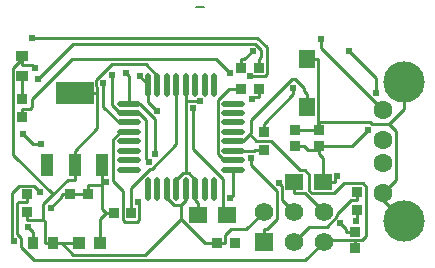
<source format=gbl>
G04 Layer: BottomLayer*
G04 EasyEDA v6.5.48, 2025-02-22 14:07:37*
G04 17b28a04ad434079b4a69dc4657e0bf9,f2e2a8b566e441589a5ce94012aa69ba,10*
G04 Gerber Generator version 0.2*
G04 Scale: 100 percent, Rotated: No, Reflected: No *
G04 Dimensions in millimeters *
G04 leading zeros omitted , absolute positions ,4 integer and 5 decimal *
%FSLAX45Y45*%
%MOMM*%

%AMMACRO1*21,1,$1,$2,0,0,$3*%
%ADD10C,0.2540*%
%ADD11MACRO1,0.8X0.9X0.0000*%
%ADD12R,0.8640X0.8065*%
%ADD13MACRO1,0.864X0.8065X0.0000*%
%ADD14MACRO1,0.864X0.8065X90.0000*%
%ADD15MACRO1,1X0.8999X0.0000*%
%ADD16MACRO1,1.36X1.53X0.0000*%
%ADD17O,0.4500118X1.9999959999999999*%
%ADD18O,1.9999959999999999X0.4500118*%
%ADD19MACRO1,3.25X1.9X0.0000*%
%ADD20MACRO1,0.95X1.9X0.0000*%
%ADD21MACRO1,1X0.8999X-90.0000*%
%ADD22MACRO1,1.5X1.3589X0.0000*%
%ADD23MACRO1,1X1.1X0.0000*%
%ADD24MACRO1,0.8X0.9X-90.0000*%
%ADD25C,1.5748*%
%ADD26R,1.5748X1.5748*%
%ADD27C,1.6000*%
%ADD28C,3.4999*%
%ADD29C,0.6100*%
%ADD30C,0.0130*%

%LPD*%
G36*
X-2120900Y2184400D02*
G01*
X-2133600Y2171700D01*
X-2044090Y2171090D01*
X-2057400Y2184400D01*
G37*
D10*
X-2687891Y1199502D02*
G01*
X-2774988Y1199502D01*
X-2909150Y1333665D01*
X-2909150Y1534096D01*
X-1807883Y799503D02*
G01*
X-1807883Y580402D01*
X-1830920Y557364D01*
X-2687891Y1119517D02*
G01*
X-2759951Y1119517D01*
X-2823679Y1055789D01*
X-2823679Y705497D01*
X-2741256Y623074D01*
X-2741256Y375170D01*
X-2724797Y358711D01*
X-2621572Y358711D01*
X-2605087Y375196D01*
X-2605087Y515378D01*
X-2613545Y523836D01*
X-1549387Y1184973D02*
G01*
X-1297393Y1436966D01*
X-1297393Y1494751D01*
X-1549387Y1116749D02*
G01*
X-1549387Y1184973D01*
X-1807883Y959523D02*
G01*
X-1627060Y959523D01*
X-1620507Y966076D01*
X-1549387Y966076D02*
G01*
X-1620507Y966076D01*
X-1588350Y1414792D02*
G01*
X-1627974Y1414792D01*
X-1648345Y1394421D01*
X-1588350Y1485912D02*
G01*
X-1588350Y1414792D01*
X-1807883Y879513D02*
G01*
X-1882025Y879513D01*
X-1936051Y933538D01*
X-1936051Y1388960D01*
X-1839099Y1485912D01*
X-1739023Y1485912D01*
X-3594087Y1591398D02*
G01*
X-3594087Y1396149D01*
X-3594087Y1245476D02*
G01*
X-3594087Y1313726D01*
X-3594087Y1313726D02*
G01*
X-3525837Y1313726D01*
X-3511842Y1327721D01*
X-3511842Y1397419D01*
X-3172091Y1737169D01*
X-1953247Y1737169D01*
X-1832825Y1616748D01*
X-1642427Y1803692D02*
G01*
X-1711286Y1734832D01*
X-1739023Y1734832D01*
X-1739023Y1663712D02*
G01*
X-1739023Y1734832D01*
X-826579Y1803692D02*
G01*
X-599097Y1576209D01*
X-599097Y1447533D01*
X-1588350Y1734832D02*
G01*
X-1570469Y1752714D01*
X-1570469Y1815401D01*
X-1622463Y1867395D01*
X-3158934Y1867395D01*
X-3460305Y1566024D01*
X-3501301Y177812D02*
G01*
X-3501301Y274231D01*
X-3543033Y315963D01*
X-1588350Y1663712D02*
G01*
X-1588350Y1734832D01*
X-761987Y389851D02*
G01*
X-763333Y388505D01*
X-763333Y365493D01*
X-3583266Y1104074D02*
G01*
X-3497694Y1018501D01*
X-3434016Y1018501D01*
X-3434016Y1018476D01*
X-3662794Y194398D02*
G01*
X-3679024Y210629D01*
X-3679024Y605472D01*
X-3620046Y664451D01*
X-3491903Y664451D01*
X-3439528Y612076D01*
X-761987Y458076D02*
G01*
X-761987Y389851D01*
X-1549387Y190512D02*
G01*
X-1549387Y297167D01*
X-2687891Y1359522D02*
G01*
X-2599423Y1359522D01*
X-2471077Y1231176D01*
X-2471077Y933691D01*
X-1659801Y896353D02*
G01*
X-1659801Y843394D01*
X-1438262Y621855D01*
X-1438262Y381622D01*
X-1522717Y297167D01*
X-1549387Y297167D01*
X-2687891Y1359522D02*
G01*
X-2687891Y1589366D01*
X-2713443Y1614919D01*
X-761987Y608749D02*
G01*
X-761987Y540499D01*
X-2597696Y1591602D02*
G01*
X-2597696Y1589316D01*
X-2527896Y1519516D01*
X-2527896Y1519516D02*
G01*
X-2527896Y1373720D01*
X-2451544Y1297368D01*
X-761987Y540499D02*
G01*
X-811390Y540499D01*
X-926122Y425767D01*
X-926122Y406895D01*
X-1015504Y317512D01*
X-1168387Y317512D01*
X-1295387Y190512D01*
X-1295387Y444512D02*
G01*
X-1395107Y544233D01*
X-1395107Y661504D01*
X-1422946Y689343D01*
X-2522537Y867803D02*
G01*
X-2548216Y893483D01*
X-2548216Y1222540D01*
X-2605189Y1279512D01*
X-2687891Y1279512D01*
X-2687891Y1279512D02*
G01*
X-2763227Y1279512D01*
X-2834754Y1351038D01*
X-2834754Y1600441D01*
X-3149587Y1448015D02*
G01*
X-2959163Y1448015D01*
X-3149587Y838009D02*
G01*
X-3149587Y960920D01*
X-2250859Y501586D02*
G01*
X-2207882Y544563D01*
X-2207882Y639508D01*
X-3555987Y445376D02*
G01*
X-3555987Y377151D01*
X-3367747Y177812D02*
G01*
X-3404196Y177812D01*
X-1048397Y698512D02*
G01*
X-1048397Y897801D01*
X-1079487Y928890D01*
X-3149587Y838009D02*
G01*
X-3149587Y715098D01*
X-1079487Y996810D02*
G01*
X-1079487Y962850D01*
X-1079487Y962850D02*
G01*
X-1079487Y928890D01*
X-1246212Y996810D02*
G01*
X-1209763Y996810D01*
X-2250859Y501586D02*
G01*
X-2309380Y501586D01*
X-2367876Y560082D01*
X-2367876Y639508D01*
X-3367747Y177812D02*
G01*
X-3331298Y177812D01*
X-3331298Y177812D02*
G01*
X-3258375Y177812D01*
X-3258375Y177812D02*
G01*
X-3112604Y177812D01*
X-662673Y1134402D02*
G01*
X-800265Y996810D01*
X-1079487Y996810D01*
X-1246212Y996810D02*
G01*
X-1282687Y996810D01*
X-1873973Y177812D02*
G01*
X-1873973Y246062D01*
X-1822691Y297345D01*
X-1696554Y297345D01*
X-1549387Y444512D01*
X-1942223Y177812D02*
G01*
X-1873973Y177812D01*
X-1079487Y962850D02*
G01*
X-1175804Y962850D01*
X-1209763Y996810D01*
X-2959163Y1448015D02*
G01*
X-2959163Y1151343D01*
X-3149587Y960920D01*
X-3594087Y1724952D02*
G01*
X-3594087Y1688503D01*
X-3594087Y1724952D02*
G01*
X-3594087Y1761401D01*
X-3594087Y1688503D02*
G01*
X-3512375Y1688503D01*
X-3481920Y1658048D01*
X-2250859Y381850D02*
G01*
X-2554160Y78549D01*
X-3159112Y78549D01*
X-3258375Y177812D01*
X-2250859Y501586D02*
G01*
X-2250859Y381850D01*
X-2250859Y381850D02*
G01*
X-2046820Y177812D01*
X-1942223Y177812D01*
X-1048397Y698512D02*
G01*
X-945476Y698512D01*
X-945476Y698512D02*
G01*
X-945476Y725335D01*
X-926477Y744334D01*
X-3555987Y377151D02*
G01*
X-3412985Y377151D01*
X-3412985Y377151D02*
G01*
X-3404196Y368363D01*
X-3404196Y177812D01*
X-3334143Y590029D02*
G01*
X-3672166Y928052D01*
X-3672166Y1657108D01*
X-3604323Y1724952D01*
X-3594087Y1724952D01*
X-3149587Y715098D02*
G01*
X-3209074Y715098D01*
X-3334143Y590029D01*
X-3334143Y590029D02*
G01*
X-3412985Y511187D01*
X-3412985Y377151D01*
X-2447886Y1519516D02*
G01*
X-2447886Y1591932D01*
X-2546667Y1690712D01*
X-2835363Y1690712D01*
X-2967723Y1558353D01*
X-2967723Y1509839D01*
X-2959163Y1501279D01*
X-2959163Y1448015D01*
X-1663687Y1590078D02*
G01*
X-1537906Y1590078D01*
X-1519948Y1608035D01*
X-1519948Y1835061D01*
X-1601152Y1916264D01*
X-3509708Y1916264D01*
X-901890Y348322D02*
G01*
X-847610Y294043D01*
X-847610Y273215D01*
X-774687Y273215D02*
G01*
X-847610Y273215D01*
X-774687Y133210D02*
G01*
X-774687Y201129D01*
X-3555987Y596049D02*
G01*
X-3555987Y527799D01*
X-1667878Y1098816D02*
G01*
X-1610017Y1040930D01*
X-1485506Y1040930D01*
X-1239100Y794524D01*
X-1201762Y794524D01*
X-1160945Y753706D01*
X-1160945Y621753D01*
X-1137881Y598690D01*
X-952715Y598690D01*
X-866787Y684618D01*
X-707758Y684618D01*
X-679081Y655942D01*
X-679081Y236562D01*
X-714514Y201129D01*
X-774687Y201129D01*
X-1807883Y1039507D02*
G01*
X-1727187Y1039507D01*
X-1667878Y1098816D01*
X-1667878Y1098816D02*
G01*
X-1652993Y1113701D01*
X-1652993Y1221981D01*
X-1307553Y1567421D01*
X-1282534Y1567421D01*
X-1209865Y1494751D01*
X-1209865Y1466405D01*
X-1181087Y1437627D01*
X-1041387Y190512D02*
G01*
X-1030770Y201129D01*
X-774687Y201129D01*
X-1181087Y1333207D02*
G01*
X-1181087Y1437627D01*
X-1041387Y190512D02*
G01*
X-1197622Y34277D01*
X-3496906Y34277D01*
X-3604221Y141592D01*
X-3604221Y218681D01*
X-3638232Y252691D01*
X-3638232Y513803D01*
X-3624237Y527799D01*
X-3555987Y527799D01*
X-2145068Y1323530D02*
G01*
X-2145068Y976718D01*
X-1889493Y721144D01*
X-1889493Y447408D01*
X-1861197Y419112D01*
X-1065263Y1907578D02*
G01*
X-1065263Y1827542D01*
X-540245Y1302524D01*
X-2673184Y431812D02*
G01*
X-2673184Y645629D01*
X-2509583Y809231D01*
X-2498255Y809231D01*
X-2287892Y1019594D01*
X-2287892Y1519516D01*
X-360159Y362470D02*
G01*
X-539991Y542302D01*
X-539991Y602500D01*
X-3036150Y596912D02*
G01*
X-3036150Y668032D01*
X-2127897Y639508D02*
G01*
X-2127897Y541693D01*
X-2101176Y514972D01*
X-2101176Y419112D02*
G01*
X-2101176Y514972D01*
X-2287892Y639508D02*
G01*
X-2287892Y716419D01*
X-2235441Y768870D01*
X-2207882Y768870D01*
X-2207882Y768870D02*
G01*
X-2181821Y768870D01*
X-2127897Y714946D01*
X-2127897Y639508D01*
X-2813189Y431812D02*
G01*
X-2881109Y431812D01*
X-1288376Y602653D02*
G01*
X-1199527Y602653D01*
X-1041387Y444512D01*
X-1288376Y698512D02*
G01*
X-1288376Y602653D01*
X-2932595Y177812D02*
G01*
X-2932595Y380326D01*
X-2881109Y431812D01*
X-1282687Y1136815D02*
G01*
X-1209763Y1136815D01*
X-2919590Y838009D02*
G01*
X-2919590Y743800D01*
X-1209763Y1136815D02*
G01*
X-1084999Y1136815D01*
X-1084999Y1136815D02*
G01*
X-1079487Y1136815D01*
X-1085176Y1740217D02*
G01*
X-1084999Y1740039D01*
X-1084999Y1136815D01*
X-1079487Y1136815D02*
G01*
X-1079487Y1204734D01*
X-360159Y1542300D02*
G01*
X-360159Y1315554D01*
X-487210Y1188504D01*
X-539991Y602500D02*
G01*
X-427596Y714895D01*
X-427596Y1128890D01*
X-487210Y1188504D01*
X-487210Y1188504D02*
G01*
X-628002Y1188504D01*
X-644232Y1204734D01*
X-1079487Y1204734D01*
X-2207882Y1382458D02*
G01*
X-2088654Y1382458D01*
X-2207882Y1519516D02*
G01*
X-2207882Y1382458D01*
X-2207882Y1382458D02*
G01*
X-2207882Y768870D01*
X-1181087Y1740217D02*
G01*
X-1085176Y1740217D01*
X-3036150Y596912D02*
G01*
X-3186823Y596912D01*
X-3255048Y596912D02*
G01*
X-3255048Y573392D01*
X-3349891Y478548D01*
X-3186823Y596912D02*
G01*
X-3255048Y596912D01*
X-2886697Y695134D02*
G01*
X-2919590Y695134D01*
X-2919590Y743800D02*
G01*
X-2919590Y695134D01*
X-2919590Y668032D02*
G01*
X-2919590Y470293D01*
X-2881109Y431812D01*
X-2919590Y695134D02*
G01*
X-2919590Y668032D01*
X-2919590Y668032D02*
G01*
X-3036150Y668032D01*
D11*
G01*
X-2813199Y431800D03*
G01*
X-2673200Y431800D03*
D12*
G01*
X-3556000Y445363D03*
D13*
G01*
X-3556000Y596024D03*
D14*
G01*
X-1739024Y1663700D03*
G01*
X-1588375Y1663700D03*
D12*
G01*
X-3594100Y1245463D03*
D13*
G01*
X-3594100Y1396124D03*
D12*
G01*
X-1549400Y966063D03*
D13*
G01*
X-1549400Y1116724D03*
D14*
G01*
X-3186824Y596900D03*
G01*
X-3036175Y596900D03*
D12*
G01*
X-762000Y458063D03*
D13*
G01*
X-762000Y608724D03*
D15*
G01*
X-3594100Y1591409D03*
G01*
X-3594100Y1761408D03*
D16*
G01*
X-1181100Y1740199D03*
G01*
X-1181100Y1333200D03*
D17*
G01*
X-1967890Y639495D03*
G01*
X-2047900Y639495D03*
G01*
X-2127910Y639495D03*
G01*
X-2207895Y639495D03*
G01*
X-2287904Y639495D03*
G01*
X-2367889Y639495D03*
G01*
X-2447899Y639495D03*
G01*
X-2527909Y639495D03*
G01*
X-2527909Y1519504D03*
G01*
X-2447899Y1519504D03*
G01*
X-2367889Y1519504D03*
G01*
X-2287904Y1519504D03*
G01*
X-2207895Y1519504D03*
G01*
X-2127910Y1519504D03*
G01*
X-2047900Y1519504D03*
G01*
X-1967890Y1519504D03*
D18*
G01*
X-1807895Y799490D03*
G01*
X-1807895Y879500D03*
G01*
X-1807895Y959510D03*
G01*
X-1807895Y1039495D03*
G01*
X-1807895Y1119504D03*
G01*
X-1807895Y1199489D03*
G01*
X-1807895Y1279499D03*
G01*
X-1807895Y1359509D03*
G01*
X-2687904Y1359509D03*
G01*
X-2687904Y1279499D03*
G01*
X-2687904Y1199489D03*
G01*
X-2687904Y1119504D03*
G01*
X-2687904Y1039495D03*
G01*
X-2687904Y959510D03*
G01*
X-2687904Y879500D03*
G01*
X-2687904Y799490D03*
D19*
G01*
X-3149600Y1447999D03*
D20*
G01*
X-2919600Y837999D03*
G01*
X-3149600Y837999D03*
G01*
X-3379599Y837999D03*
D14*
G01*
X-1942224Y177800D03*
G01*
X-1791575Y177800D03*
D21*
G01*
X-3501290Y177800D03*
G01*
X-3331291Y177800D03*
D22*
G01*
X-1048400Y698500D03*
G01*
X-1288398Y698500D03*
G01*
X-1861200Y419100D03*
G01*
X-2101198Y419100D03*
D23*
G01*
X-2932602Y177800D03*
G01*
X-3112612Y177800D03*
D24*
G01*
X-774700Y133200D03*
G01*
X-774700Y273199D03*
D14*
G01*
X-1739024Y1485900D03*
G01*
X-1588375Y1485900D03*
D24*
G01*
X-1079500Y996800D03*
G01*
X-1079500Y1136799D03*
G01*
X-1282700Y996800D03*
G01*
X-1282700Y1136799D03*
D25*
G01*
X-1041400Y444500D03*
G01*
X-1041400Y190500D03*
G01*
X-1295400Y444500D03*
G01*
X-1295400Y190500D03*
G01*
X-1549400Y444500D03*
D26*
G01*
X-1549400Y190500D03*
D27*
G01*
X-540258Y1302512D03*
G01*
X-540004Y1052321D03*
G01*
X-540258Y852423D03*
G01*
X-540004Y602487D03*
D28*
G01*
X-360172Y1542287D03*
G01*
X-360172Y362457D03*
D29*
G01*
X-2886697Y695134D03*
G01*
X-3349891Y478548D03*
G01*
X-2088654Y1382458D03*
G01*
X-1065263Y1907578D03*
G01*
X-2145068Y1323530D03*
G01*
X-901890Y348322D03*
G01*
X-3509708Y1916264D03*
G01*
X-1663687Y1590078D03*
G01*
X-926477Y744334D03*
G01*
X-3481920Y1658048D03*
G01*
X-662673Y1134402D03*
G01*
X-2834754Y1600441D03*
G01*
X-2522537Y867803D03*
G01*
X-1422946Y689343D03*
G01*
X-2451544Y1297368D03*
G01*
X-2597696Y1591602D03*
G01*
X-2471077Y933691D03*
G01*
X-1659801Y896353D03*
G01*
X-2713443Y1614919D03*
G01*
X-3583266Y1104074D03*
G01*
X-3434016Y1018476D03*
G01*
X-3439528Y612076D03*
G01*
X-3662794Y194398D03*
G01*
X-763333Y365493D03*
G01*
X-3543033Y315963D03*
G01*
X-3460305Y1566024D03*
G01*
X-1642427Y1803692D03*
G01*
X-826579Y1803692D03*
G01*
X-599097Y1447533D03*
G01*
X-1832825Y1616748D03*
G01*
X-1648345Y1394421D03*
G01*
X-1297393Y1494751D03*
G01*
X-2613545Y523836D03*
G01*
X-1830920Y557364D03*
G01*
X-2909150Y1534096D03*
M02*

</source>
